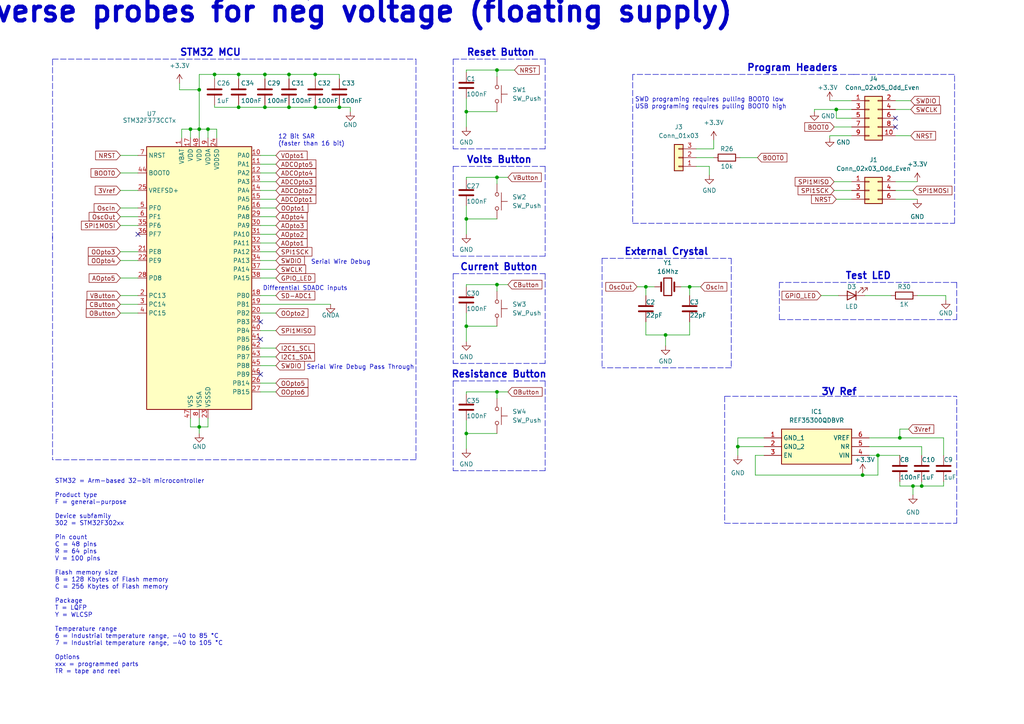
<source format=kicad_sch>
(kicad_sch (version 20230121) (generator eeschema)
  (paper "A4")
  (lib_symbols
    (symbol "Connector_Generic:Conn_01x03" (pin_names (offset 1.016) hide)
      (property "Reference" "J" (at 0 5.08 0))
      (property "Value" "Conn_01x03" (at 0 -5.08 0))
      (symbol "Conn_01x03_1_1"
        (rectangle (start -1.27 -2.413) (end 0 -2.667) (stroke (width 0.1524)))
        (rectangle (start -1.27 0.127) (end 0 -0.127) (stroke (width 0.1524)))
        (rectangle (start -1.27 2.667) (end 0 2.413) (stroke (width 0.1524)))
        (rectangle (start -1.27 3.81) (end 1.27 -3.81) (stroke (width 0.254)) (fill (type background)))
        (pin passive line (at -5.08 2.54 0) (length 3.81) (name "Pin_1") (number "1"))
        (pin passive line (at -5.08 0 0) (length 3.81) (name "Pin_2") (number "2"))
        (pin passive line (at -5.08 -2.54 0) (length 3.81) (name "Pin_3") (number "3"))
      )
    )
    (symbol "Connector_Generic:Conn_02x03_Odd_Even" (pin_names (offset 1.016) hide)
      (property "Reference" "J" (at 1.27 5.08 0))
      (property "Value" "Conn_02x03_Odd_Even" (at 1.27 -5.08 0))
      (symbol "Conn_02x03_Odd_Even_1_1"
        (rectangle (start -1.27 -2.413) (end 0 -2.667) (stroke (width 0.1524)))
        (rectangle (start -1.27 0.127) (end 0 -0.127) (stroke (width 0.1524)))
        (rectangle (start -1.27 2.667) (end 0 2.413) (stroke (width 0.1524)))
        (rectangle (start -1.27 3.81) (end 3.81 -3.81) (stroke (width 0.254)) (fill (type background)))
        (rectangle (start 3.81 -2.413) (end 2.54 -2.667) (stroke (width 0.1524)))
        (rectangle (start 3.81 0.127) (end 2.54 -0.127) (stroke (width 0.1524)))
        (rectangle (start 3.81 2.667) (end 2.54 2.413) (stroke (width 0.1524)))
        (pin passive line (at -5.08 2.54 0) (length 3.81) (name "Pin_1") (number "1"))
        (pin passive line (at 7.62 2.54 180) (length 3.81) (name "Pin_2") (number "2"))
        (pin passive line (at -5.08 0 0) (length 3.81) (name "Pin_3") (number "3"))
        (pin passive line (at 7.62 0 180) (length 3.81) (name "Pin_4") (number "4"))
        (pin passive line (at -5.08 -2.54 0) (length 3.81) (name "Pin_5") (number "5"))
        (pin passive line (at 7.62 -2.54 180) (length 3.81) (name "Pin_6") (number "6"))
      )
    )
    (symbol "Connector_Generic:Conn_02x05_Odd_Even" (pin_names (offset 1.016) hide)
      (property "Reference" "J" (at 1.27 7.62 0))
      (property "Value" "Conn_02x05_Odd_Even" (at 1.27 -7.62 0))
      (symbol "Conn_02x05_Odd_Even_1_1"
        (rectangle (start -1.27 -4.953) (end 0 -5.207) (stroke (width 0.1524)))
        (rectangle (start -1.27 -2.413) (end 0 -2.667) (stroke (width 0.1524)))
        (rectangle (start -1.27 0.127) (end 0 -0.127) (stroke (width 0.1524)))
        (rectangle (start -1.27 2.667) (end 0 2.413) (stroke (width 0.1524)))
        (rectangle (start -1.27 5.207) (end 0 4.953) (stroke (width 0.1524)))
        (rectangle (start -1.27 6.35) (end 3.81 -6.35) (stroke (width 0.254)) (fill (type background)))
        (rectangle (start 3.81 -4.953) (end 2.54 -5.207) (stroke (width 0.1524)))
        (rectangle (start 3.81 -2.413) (end 2.54 -2.667) (stroke (width 0.1524)))
        (rectangle (start 3.81 0.127) (end 2.54 -0.127) (stroke (width 0.1524)))
        (rectangle (start 3.81 2.667) (end 2.54 2.413) (stroke (width 0.1524)))
        (rectangle (start 3.81 5.207) (end 2.54 4.953) (stroke (width 0.1524)))
        (pin passive line (at -5.08 5.08 0) (length 3.81) (name "Pin_1") (number "1"))
        (pin passive line (at 7.62 -5.08 180) (length 3.81) (name "Pin_10") (number "10"))
        (pin passive line (at 7.62 5.08 180) (length 3.81) (name "Pin_2") (number "2"))
        (pin passive line (at -5.08 2.54 0) (length 3.81) (name "Pin_3") (number "3"))
        (pin passive line (at 7.62 2.54 180) (length 3.81) (name "Pin_4") (number "4"))
        (pin passive line (at -5.08 0 0) (length 3.81) (name "Pin_5") (number "5"))
        (pin passive line (at 7.62 0 180) (length 3.81) (name "Pin_6") (number "6"))
        (pin passive line (at -5.08 -2.54 0) (length 3.81) (name "Pin_7") (number "7"))
        (pin passive line (at 7.62 -2.54 180) (length 3.81) (name "Pin_8") (number "8"))
        (pin passive line (at -5.08 -5.08 0) (length 3.81) (name "Pin_9") (number "9"))
      )
    )
    (symbol "DMM_Library:REF35300QDBVR"
      (property "Reference" "IC" (at 26.67 7.62 0))
      (property "Value" "REF35300QDBVR" (at 26.67 5.08 0))
      (symbol "REF35300QDBVR_1_1"
        (rectangle (start 5.08 2.54) (end 25.4 -7.62) (stroke (width 0.254)) (fill (type background)))
        (pin passive line (at 0 0 0) (length 5.08) (name "GND_1") (number "1"))
        (pin passive line (at 0 -2.54 0) (length 5.08) (name "GND_2") (number "2"))
        (pin passive line (at 0 -5.08 0) (length 5.08) (name "EN") (number "3"))
        (pin passive line (at 30.48 -5.08 180) (length 5.08) (name "VIN") (number "4"))
        (pin passive line (at 30.48 -2.54 180) (length 5.08) (name "NR") (number "5"))
        (pin passive line (at 30.48 0 180) (length 5.08) (name "VREF") (number "6"))
      )
    )
    (symbol "Device:C" (pin_numbers hide) (pin_names (offset 0.254))
      (property "Reference" "C" (at 0.635 2.54 0))
      (property "Value" "C" (at 0.635 -2.54 0))
      (symbol "C_0_1"
        (polyline (pts (xy -2.032 -0.762) (xy 2.032 -0.762)) (stroke (width 0.508)))
        (polyline (pts (xy -2.032 0.762) (xy 2.032 0.762)) (stroke (width 0.508)))
      )
      (symbol "C_1_1"
        (pin passive line (at 0 3.81 270) (length 2.794) (name "~") (number "1"))
        (pin passive line (at 0 -3.81 90) (length 2.794) (name "~") (number "2"))
      )
    )
    (symbol "Device:Crystal" (pin_numbers hide) (pin_names (offset 1.016) hide)
      (property "Reference" "Y" (at 0 3.81 0))
      (property "Value" "Crystal" (at 0 -3.81 0))
      (symbol "Crystal_0_1"
        (rectangle (start -1.143 2.54) (end 1.143 -2.54) (stroke (width 0.3048)))
        (polyline (pts (xy -2.54 0) (xy -1.905 0)))
        (polyline (pts (xy -1.905 -1.27) (xy -1.905 1.27)) (stroke (width 0.508)))
        (polyline (pts (xy 1.905 -1.27) (xy 1.905 1.27)) (stroke (width 0.508)))
        (polyline (pts (xy 2.54 0) (xy 1.905 0)))
      )
      (symbol "Crystal_1_1"
        (pin passive line (at -3.81 0 0) (length 1.27) (name "1") (number "1"))
        (pin passive line (at 3.81 0 180) (length 1.27) (name "2") (number "2"))
      )
    )
    (symbol "Device:LED" (pin_numbers hide) (pin_names (offset 1.016) hide)
      (property "Reference" "D" (at 0 2.54 0))
      (property "Value" "LED" (at 0 -2.54 0))
      (symbol "LED_0_1"
        (polyline (pts (xy -1.27 -1.27) (xy -1.27 1.27)) (stroke (width 0.254)))
        (polyline (pts (xy -1.27 0) (xy 1.27 0)))
        (polyline (pts (xy 1.27 -1.27) (xy 1.27 1.27) (xy -1.27 0) (xy 1.27 -1.27)) (stroke (width 0.254)))
        (polyline (pts (xy -3.048 -0.762) (xy -4.572 -2.286) (xy -3.81 -2.286) (xy -4.572 -2.286) (xy -4.572 -1.524)))
        (polyline (pts (xy -1.778 -0.762) (xy -3.302 -2.286) (xy -2.54 -2.286) (xy -3.302 -2.286) (xy -3.302 -1.524)))
      )
      (symbol "LED_1_1"
        (pin passive line (at -3.81 0 0) (length 2.54) (name "K") (number "1"))
        (pin passive line (at 3.81 0 180) (length 2.54) (name "A") (number "2"))
      )
    )
    (symbol "Device:R" (pin_numbers hide) (pin_names (offset 0))
      (property "Reference" "R" (at 2.032 0 90))
      (property "Value" "R" (at 0 0 90))
      (symbol "R_0_1"
        (rectangle (start -1.016 -2.54) (end 1.016 2.54) (stroke (width 0.254)))
      )
      (symbol "R_1_1"
        (pin passive line (at 0 3.81 270) (length 1.27) (name "~") (number "1"))
        (pin passive line (at 0 -3.81 90) (length 1.27) (name "~") (number "2"))
      )
    )
    (symbol "MCU_ST_STM32F3:STM32F373CCTx"
      (property "Reference" "U" (at -15.24 39.37 0))
      (property "Value" "STM32F373CCTx" (at 7.62 39.37 0))
      (symbol "STM32F373CCTx_0_1"
        (rectangle (start -15.24 -38.1) (end 15.24 38.1) (stroke (width 0.254)) (fill (type background)))
      )
      (symbol "STM32F373CCTx_1_1"
        (pin power_in line (at -5.08 40.64 270) (length 2.54) (name "VBAT") (number "1"))
        (pin bidirectional line (at 17.78 35.56 180) (length 2.54) (name "PA0") (number "10"))
        (pin bidirectional line (at 17.78 33.02 180) (length 2.54) (name "PA1") (number "11"))
        (pin bidirectional line (at 17.78 30.48 180) (length 2.54) (name "PA2") (number "12"))
        (pin bidirectional line (at 17.78 27.94 180) (length 2.54) (name "PA3") (number "13"))
        (pin bidirectional line (at 17.78 25.4 180) (length 2.54) (name "PA4") (number "14"))
        (pin bidirectional line (at 17.78 22.86 180) (length 2.54) (name "PA5") (number "15"))
        (pin bidirectional line (at 17.78 20.32 180) (length 2.54) (name "PA6") (number "16"))
        (pin power_in line (at -2.54 40.64 270) (length 2.54) (name "VDD") (number "17"))
        (pin bidirectional line (at 17.78 -5.08 180) (length 2.54) (name "PB0") (number "18"))
        (pin bidirectional line (at 17.78 -7.62 180) (length 2.54) (name "PB1") (number "19"))
        (pin bidirectional line (at -17.78 -5.08 0) (length 2.54) (name "PC13") (number "2"))
        (pin bidirectional line (at 17.78 -10.16 180) (length 2.54) (name "PB2") (number "20"))
        (pin bidirectional line (at -17.78 7.62 0) (length 2.54) (name "PE8") (number "21"))
        (pin bidirectional line (at -17.78 5.08 0) (length 2.54) (name "PE9") (number "22"))
        (pin power_in line (at 2.54 -40.64 90) (length 2.54) (name "VSSSD") (number "23"))
        (pin power_in line (at 5.08 40.64 270) (length 2.54) (name "VDDSD") (number "24"))
        (pin input line (at -17.78 25.4 0) (length 2.54) (name "VREFSD+") (number "25"))
        (pin bidirectional line (at 17.78 -30.48 180) (length 2.54) (name "PB14") (number "26"))
        (pin bidirectional line (at 17.78 -33.02 180) (length 2.54) (name "PB15") (number "27"))
        (pin bidirectional line (at -17.78 0 0) (length 2.54) (name "PD8") (number "28"))
        (pin bidirectional line (at 17.78 17.78 180) (length 2.54) (name "PA8") (number "29"))
        (pin bidirectional line (at -17.78 -7.62 0) (length 2.54) (name "PC14") (number "3"))
        (pin bidirectional line (at 17.78 15.24 180) (length 2.54) (name "PA9") (number "30"))
        (pin bidirectional line (at 17.78 12.7 180) (length 2.54) (name "PA10") (number "31"))
        (pin bidirectional line (at 17.78 10.16 180) (length 2.54) (name "PA11") (number "32"))
        (pin bidirectional line (at 17.78 7.62 180) (length 2.54) (name "PA12") (number "33"))
        (pin bidirectional line (at 17.78 5.08 180) (length 2.54) (name "PA13") (number "34"))
        (pin bidirectional line (at -17.78 15.24 0) (length 2.54) (name "PF6") (number "35"))
        (pin bidirectional line (at -17.78 12.7 0) (length 2.54) (name "PF7") (number "36"))
        (pin bidirectional line (at 17.78 2.54 180) (length 2.54) (name "PA14") (number "37"))
        (pin bidirectional line (at 17.78 0 180) (length 2.54) (name "PA15") (number "38"))
        (pin bidirectional line (at 17.78 -12.7 180) (length 2.54) (name "PB3") (number "39"))
        (pin bidirectional line (at -17.78 -10.16 0) (length 2.54) (name "PC15") (number "4"))
        (pin bidirectional line (at 17.78 -15.24 180) (length 2.54) (name "PB4") (number "40"))
        (pin bidirectional line (at 17.78 -17.78 180) (length 2.54) (name "PB5") (number "41"))
        (pin bidirectional line (at 17.78 -20.32 180) (length 2.54) (name "PB6") (number "42"))
        (pin bidirectional line (at 17.78 -22.86 180) (length 2.54) (name "PB7") (number "43"))
        (pin input line (at -17.78 30.48 0) (length 2.54) (name "BOOT0") (number "44"))
        (pin bidirectional line (at 17.78 -25.4 180) (length 2.54) (name "PB8") (number "45"))
        (pin bidirectional line (at 17.78 -27.94 180) (length 2.54) (name "PB9") (number "46"))
        (pin power_in line (at -2.54 -40.64 90) (length 2.54) (name "VSS") (number "47"))
        (pin power_in line (at 0 40.64 270) (length 2.54) (name "VDD") (number "48"))
        (pin bidirectional line (at -17.78 20.32 0) (length 2.54) (name "PF0") (number "5"))
        (pin bidirectional line (at -17.78 17.78 0) (length 2.54) (name "PF1") (number "6"))
        (pin input line (at -17.78 35.56 0) (length 2.54) (name "NRST") (number "7"))
        (pin power_in line (at 0 -40.64 90) (length 2.54) (name "VSSA") (number "8"))
        (pin power_in line (at 2.54 40.64 270) (length 2.54) (name "VDDA") (number "9"))
      )
    )
    (symbol "Switch:SW_Push" (pin_numbers hide) (pin_names (offset 1.016) hide)
      (property "Reference" "SW" (at 1.27 2.54 0))
      (property "Value" "SW_Push" (at 0 -1.524 0))
      (symbol "SW_Push_0_1"
        (circle (center -2.032 0) (radius 0.508))
        (polyline (pts (xy 0 1.27) (xy 0 3.048)))
        (polyline (pts (xy 2.54 1.27) (xy -2.54 1.27)))
        (circle (center 2.032 0) (radius 0.508))
        (pin passive line (at -5.08 0 0) (length 2.54) (name "1") (number "1"))
        (pin passive line (at 5.08 0 180) (length 2.54) (name "2") (number "2"))
      )
    )
    (symbol "power:+3.3V" (power) (pin_names (offset 0))
      (property "Value" "+3.3V" (at 0 3.556 0))
      (symbol "+3.3V_0_1"
        (polyline (pts (xy -0.762 1.27) (xy 0 2.54)))
        (polyline (pts (xy 0 0) (xy 0 2.54)))
        (polyline (pts (xy 0 2.54) (xy 0.762 1.27)))
      )
      (symbol "+3.3V_1_1"
        (pin power_in line (at 0 0 90) (length 0) hide (name "+3.3V") (number "1"))
      )
    )
    (symbol "power:GND" (power) (pin_names (offset 0))
      (property "Value" "GND" (at 0 -3.81 0))
      (symbol "GND_0_1"
        (polyline (pts (xy 0 0) (xy 0 -1.27) (xy 1.27 -1.27) (xy 0 -2.54) (xy -1.27 -1.27) (xy 0 -1.27)))
      )
      (symbol "GND_1_1"
        (pin power_in line (at 0 0 270) (length 0) hide (name "GND") (number "1"))
      )
    )
    (symbol "power:GNDA" (power) (pin_names (offset 0))
      (property "Value" "GNDA" (at 0 -3.81 0))
      (symbol "GNDA_0_1"
        (polyline (pts (xy 0 0) (xy 0 -1.27) (xy 1.27 -1.27) (xy 0 -2.54) (xy -1.27 -1.27) (xy 0 -1.27)))
      )
      (symbol "GNDA_1_1"
        (pin power_in line (at 0 0 270) (length 0) hide (name "GNDA") (number "1"))
      )
    )
  )
  (junction (at 57.785 37.465))
  (junction (at 213.995 129.54))
  (junction (at 76.835 21.59))
  (junction (at 135.255 125.73))
  (junction (at 144.145 20.32))
  (junction (at 254.635 132.08))
  (junction (at 98.425 31.115))
  (junction (at 144.145 113.665))
  (junction (at 267.335 140.97))
  (junction (at 260.985 127))
  (junction (at 187.325 83.185))
  (junction (at 250.19 137.795))
  (junction (at 60.325 37.465))
  (junction (at 83.82 21.59))
  (junction (at 144.145 51.435))
  (junction (at 200.025 83.185))
  (junction (at 264.795 140.97))
  (junction (at 57.785 26.035))
  (junction (at 91.44 21.59))
  (junction (at 76.835 31.115))
  (junction (at 69.215 21.59))
  (junction (at 135.255 63.5))
  (junction (at 242.57 31.75))
  (junction (at 193.04 97.155))
  (junction (at 62.23 21.59))
  (junction (at 135.255 32.385))
  (junction (at 91.44 31.115))
  (junction (at 55.245 37.465))
  (junction (at 144.145 82.55))
  (junction (at 57.785 123.825))
  (junction (at 83.82 31.115))
  (junction (at 135.255 94.615))
  (junction (at 69.215 31.115))
  (no_connect (at 75.565 93.345))
  (no_connect (at 259.715 36.83))
  (no_connect (at 40.005 67.945))
  (no_connect (at 75.565 108.585))
  (no_connect (at 75.565 98.425))
  (no_connect (at 259.715 34.29))
  (polyline (pts (xy 277.495 151.765) (xy 277.495 114.935)) (stroke (width 0) (type dash)))
  (wire (pts (xy 135.255 125.73) (xy 144.145 125.73)))
  (wire (pts (xy 241.935 52.705) (xy 247.015 52.705)))
  (wire (pts (xy 264.16 39.37) (xy 259.715 39.37)))
  (wire (pts (xy 69.215 31.115) (xy 76.835 31.115)))
  (wire (pts (xy 135.255 28.575) (xy 135.255 32.385)))
  (wire (pts (xy 187.325 97.155) (xy 193.04 97.155)))
  (wire (pts (xy 69.215 21.59) (xy 76.835 21.59)))
  (polyline (pts (xy 210.185 114.935) (xy 277.495 114.935)) (stroke (width 0) (type dash)))
  (wire (pts (xy 247.015 36.83) (xy 241.935 36.83)))
  (wire (pts (xy 98.425 31.115) (xy 101.6 31.115)))
  (wire (pts (xy 236.22 31.75) (xy 242.57 31.75)))
  (wire (pts (xy 62.865 40.005) (xy 62.865 37.465)))
  (wire (pts (xy 55.245 37.465) (xy 55.245 40.005)))
  (wire (pts (xy 34.925 73.025) (xy 40.005 73.025)))
  (wire (pts (xy 60.325 40.005) (xy 60.325 37.465)))
  (wire (pts (xy 75.565 47.625) (xy 80.01 47.625)))
  (wire (pts (xy 259.715 52.705) (xy 266.065 52.705)))
  (wire (pts (xy 34.925 85.725) (xy 40.005 85.725)))
  (wire (pts (xy 135.255 125.73) (xy 135.255 130.175)))
  (polyline (pts (xy 15.24 69.215) (xy 15.24 17.145)) (stroke (width 0) (type dash)))
  (wire (pts (xy 250.19 137.16) (xy 250.19 137.795)))
  (wire (pts (xy 75.565 111.125) (xy 80.01 111.125)))
  (polyline (pts (xy 229.87 21.59) (xy 183.515 21.59)) (stroke (width 0) (type dash)))
  (wire (pts (xy 135.255 51.435) (xy 135.255 52.07)))
  (wire (pts (xy 57.785 37.465) (xy 55.245 37.465)))
  (polyline (pts (xy 212.09 74.93) (xy 212.09 106.68)) (stroke (width 0) (type dash)))
  (wire (pts (xy 266.065 85.725) (xy 274.32 85.725)))
  (wire (pts (xy 40.005 60.325) (xy 34.925 60.325)))
  (polyline (pts (xy 15.24 17.145) (xy 120.65 17.145)) (stroke (width 0) (type dash)))
  (polyline (pts (xy 131.445 110.49) (xy 158.115 110.49)) (stroke (width 0) (type dash)))
  (polyline (pts (xy 229.87 64.77) (xy 276.86 64.77)) (stroke (width 0) (type dash)))
  (wire (pts (xy 264.795 140.97) (xy 260.985 140.97)))
  (wire (pts (xy 207.01 40.64) (xy 207.01 43.18)))
  (wire (pts (xy 60.325 37.465) (xy 57.785 37.465)))
  (wire (pts (xy 98.425 22.86) (xy 98.425 21.59)))
  (wire (pts (xy 213.995 129.54) (xy 213.995 132.08)))
  (wire (pts (xy 260.985 124.46) (xy 260.985 127)))
  (wire (pts (xy 144.145 82.55) (xy 147.32 82.55)))
  (wire (pts (xy 83.82 21.59) (xy 83.82 22.86)))
  (wire (pts (xy 75.565 85.725) (xy 80.01 85.725)))
  (wire (pts (xy 241.935 55.245) (xy 247.015 55.245)))
  (polyline (pts (xy 158.115 17.145) (xy 158.115 43.18)) (stroke (width 0) (type dash)))
  (wire (pts (xy 75.565 103.505) (xy 80.01 103.505)))
  (wire (pts (xy 250.19 137.795) (xy 254.635 137.795)))
  (wire (pts (xy 135.255 63.5) (xy 135.255 67.945)))
  (wire (pts (xy 213.995 127) (xy 213.995 129.54)))
  (wire (pts (xy 91.44 21.59) (xy 98.425 21.59)))
  (wire (pts (xy 187.325 93.345) (xy 187.325 97.155)))
  (wire (pts (xy 240.665 39.37) (xy 247.015 39.37)))
  (polyline (pts (xy 210.185 114.935) (xy 210.185 151.765)) (stroke (width 0) (type dash)))
  (wire (pts (xy 91.44 31.115) (xy 98.425 31.115)))
  (wire (pts (xy 273.685 132.08) (xy 273.685 127)))
  (wire (pts (xy 259.715 31.75) (xy 264.16 31.75)))
  (wire (pts (xy 60.325 123.825) (xy 57.785 123.825)))
  (wire (pts (xy 200.025 83.185) (xy 200.025 85.725)))
  (wire (pts (xy 34.925 90.805) (xy 40.005 90.805)))
  (wire (pts (xy 76.835 21.59) (xy 76.835 22.86)))
  (polyline (pts (xy 158.115 136.525) (xy 131.445 136.525)) (stroke (width 0) (type dash)))
  (wire (pts (xy 144.145 113.665) (xy 144.145 115.57)))
  (wire (pts (xy 135.255 121.92) (xy 135.255 125.73)))
  (wire (pts (xy 250.825 85.725) (xy 258.445 85.725)))
  (wire (pts (xy 273.685 140.97) (xy 267.335 140.97)))
  (wire (pts (xy 135.255 59.69) (xy 135.255 63.5)))
  (polyline (pts (xy 131.445 48.26) (xy 158.115 48.26)) (stroke (width 0) (type dash)))
  (polyline (pts (xy 247.65 21.59) (xy 229.87 21.59)) (stroke (width 0) (type dash)))
  (wire (pts (xy 75.565 100.965) (xy 80.01 100.965)))
  (wire (pts (xy 238.125 85.725) (xy 243.205 85.725)))
  (wire (pts (xy 135.255 90.805) (xy 135.255 94.615)))
  (wire (pts (xy 34.925 75.565) (xy 40.005 75.565)))
  (polyline (pts (xy 120.65 17.145) (xy 120.65 133.35)) (stroke (width 0) (type dash)))
  (wire (pts (xy 60.325 37.465) (xy 62.865 37.465)))
  (wire (pts (xy 259.715 29.21) (xy 264.16 29.21)))
  (wire (pts (xy 75.565 80.645) (xy 80.01 80.645)))
  (wire (pts (xy 60.325 121.285) (xy 60.325 123.825)))
  (polyline (pts (xy 174.625 74.93) (xy 174.625 106.68)) (stroke (width 0) (type dash)))
  (wire (pts (xy 144.145 20.32) (xy 149.225 20.32)))
  (wire (pts (xy 75.565 57.785) (xy 80.01 57.785)))
  (wire (pts (xy 135.255 82.55) (xy 144.145 82.55)))
  (wire (pts (xy 214.63 45.72) (xy 219.71 45.72)))
  (wire (pts (xy 75.565 88.265) (xy 95.885 88.265)))
  (wire (pts (xy 187.325 83.185) (xy 189.865 83.185)))
  (wire (pts (xy 207.01 43.18) (xy 201.93 43.18)))
  (wire (pts (xy 135.255 94.615) (xy 135.255 99.06)))
  (wire (pts (xy 57.785 40.005) (xy 57.785 37.465)))
  (wire (pts (xy 75.565 75.565) (xy 80.01 75.565)))
  (wire (pts (xy 260.985 127) (xy 273.685 127)))
  (wire (pts (xy 135.255 20.32) (xy 135.255 20.955)))
  (wire (pts (xy 205.74 50.8) (xy 205.74 48.26)))
  (wire (pts (xy 75.565 95.885) (xy 80.01 95.885)))
  (wire (pts (xy 144.145 51.435) (xy 147.32 51.435)))
  (wire (pts (xy 52.07 24.13) (xy 52.07 26.035)))
  (wire (pts (xy 40.005 50.165) (xy 34.925 50.165)))
  (wire (pts (xy 57.785 26.035) (xy 57.785 37.465)))
  (wire (pts (xy 75.565 62.865) (xy 80.01 62.865)))
  (wire (pts (xy 76.835 21.59) (xy 83.82 21.59)))
  (wire (pts (xy 193.04 97.155) (xy 200.025 97.155)))
  (wire (pts (xy 75.565 50.165) (xy 80.01 50.165)))
  (wire (pts (xy 197.485 83.185) (xy 200.025 83.185)))
  (wire (pts (xy 267.335 132.08) (xy 267.335 129.54)))
  (wire (pts (xy 144.145 20.32) (xy 144.145 22.225)))
  (polyline (pts (xy 158.115 105.41) (xy 131.445 105.41)) (stroke (width 0) (type dash)))
  (polyline (pts (xy 276.86 64.77) (xy 276.86 21.59)) (stroke (width 0) (type dash)))
  (polyline (pts (xy 226.06 92.71) (xy 277.495 92.71)) (stroke (width 0) (type dash)))
  (wire (pts (xy 75.565 106.045) (xy 80.01 106.045)))
  (polyline (pts (xy 131.445 79.375) (xy 158.115 79.375)) (stroke (width 0) (type dash)))
  (wire (pts (xy 135.255 113.665) (xy 144.145 113.665)))
  (wire (pts (xy 263.525 124.46) (xy 260.985 124.46)))
  (wire (pts (xy 213.995 129.54) (xy 221.615 129.54)))
  (wire (pts (xy 34.925 55.245) (xy 40.005 55.245)))
  (wire (pts (xy 200.025 97.155) (xy 200.025 93.345)))
  (wire (pts (xy 205.74 48.26) (xy 201.93 48.26)))
  (polyline (pts (xy 131.445 110.49) (xy 131.445 136.525)) (stroke (width 0) (type dash)))
  (wire (pts (xy 83.82 30.48) (xy 83.82 31.115)))
  (wire (pts (xy 69.215 21.59) (xy 69.215 22.86)))
  (wire (pts (xy 144.145 113.665) (xy 147.32 113.665)))
  (wire (pts (xy 252.095 127) (xy 260.985 127)))
  (wire (pts (xy 57.785 121.285) (xy 57.785 123.825)))
  (wire (pts (xy 75.565 65.405) (xy 80.01 65.405)))
  (polyline (pts (xy 158.115 43.18) (xy 131.445 43.18)) (stroke (width 0) (type dash)))
  (polyline (pts (xy 120.65 133.35) (xy 15.24 133.35)) (stroke (width 0) (type dash)))
  (wire (pts (xy 76.835 31.115) (xy 83.82 31.115)))
  (wire (pts (xy 236.22 31.75) (xy 236.22 32.385)))
  (wire (pts (xy 193.04 97.155) (xy 193.04 100.33)))
  (wire (pts (xy 267.335 140.97) (xy 264.795 140.97)))
  (polyline (pts (xy 131.445 48.26) (xy 131.445 74.295)) (stroke (width 0) (type dash)))
  (wire (pts (xy 221.615 132.08) (xy 219.075 132.08)))
  (wire (pts (xy 135.255 63.5) (xy 144.145 63.5)))
  (polyline (pts (xy 131.445 79.375) (xy 131.445 105.41)) (stroke (width 0) (type dash)))
  (wire (pts (xy 240.665 29.21) (xy 247.015 29.21)))
  (wire (pts (xy 135.255 94.615) (xy 144.145 94.615)))
  (wire (pts (xy 62.23 31.115) (xy 69.215 31.115)))
  (wire (pts (xy 254.635 132.08) (xy 260.985 132.08)))
  (wire (pts (xy 135.255 32.385) (xy 135.255 36.83)))
  (wire (pts (xy 213.995 127) (xy 221.615 127)))
  (wire (pts (xy 252.095 132.08) (xy 254.635 132.08)))
  (wire (pts (xy 219.075 132.08) (xy 219.075 137.795)))
  (wire (pts (xy 259.715 57.785) (xy 266.065 57.785)))
  (wire (pts (xy 57.785 123.825) (xy 57.785 125.73)))
  (wire (pts (xy 75.565 52.705) (xy 80.01 52.705)))
  (polyline (pts (xy 174.625 74.93) (xy 212.09 74.93)) (stroke (width 0) (type dash)))
  (wire (pts (xy 135.255 113.665) (xy 135.255 114.3)))
  (polyline (pts (xy 210.185 151.765) (xy 277.495 151.765)) (stroke (width 0) (type dash)))
  (wire (pts (xy 57.785 21.59) (xy 57.785 26.035)))
  (wire (pts (xy 62.23 21.59) (xy 69.215 21.59)))
  (wire (pts (xy 34.925 65.405) (xy 40.005 65.405)))
  (wire (pts (xy 91.44 21.59) (xy 91.44 22.86)))
  (polyline (pts (xy 277.495 92.71) (xy 277.495 81.915)) (stroke (width 0) (type dash)))
  (polyline (pts (xy 247.65 21.59) (xy 276.86 21.59)) (stroke (width 0) (type dash)))
  (wire (pts (xy 201.93 45.72) (xy 207.01 45.72)))
  (wire (pts (xy 83.82 31.115) (xy 91.44 31.115)))
  (wire (pts (xy 62.23 30.48) (xy 62.23 31.115)))
  (polyline (pts (xy 158.115 79.375) (xy 158.115 105.41)) (stroke (width 0) (type dash)))
  (wire (pts (xy 75.565 78.105) (xy 80.01 78.105)))
  (wire (pts (xy 34.925 88.265) (xy 40.005 88.265)))
  (wire (pts (xy 34.925 62.865) (xy 40.005 62.865)))
  (wire (pts (xy 242.57 57.785) (xy 247.015 57.785)))
  (wire (pts (xy 240.665 39.37) (xy 240.665 40.005)))
  (wire (pts (xy 135.255 20.32) (xy 144.145 20.32)))
  (wire (pts (xy 69.215 30.48) (xy 69.215 31.115)))
  (wire (pts (xy 247.015 31.75) (xy 242.57 31.75)))
  (wire (pts (xy 264.795 140.97) (xy 264.795 143.51)))
  (wire (pts (xy 55.245 123.825) (xy 57.785 123.825)))
  (wire (pts (xy 259.715 55.245) (xy 264.795 55.245)))
  (wire (pts (xy 62.23 21.59) (xy 57.785 21.59)))
  (wire (pts (xy 135.255 51.435) (xy 144.145 51.435)))
  (wire (pts (xy 62.23 22.86) (xy 62.23 21.59)))
  (polyline (pts (xy 15.24 68.58) (xy 15.24 133.35)) (stroke (width 0) (type dash)))
  (wire (pts (xy 135.255 82.55) (xy 135.255 83.185)))
  (wire (pts (xy 75.565 55.245) (xy 80.01 55.245)))
  (wire (pts (xy 184.785 83.185) (xy 187.325 83.185)))
  (wire (pts (xy 242.57 34.29) (xy 242.57 31.75)))
  (wire (pts (xy 75.565 45.085) (xy 80.01 45.085)))
  (wire (pts (xy 187.325 85.725) (xy 187.325 83.185)))
  (wire (pts (xy 40.005 45.085) (xy 34.925 45.085)))
  (wire (pts (xy 267.335 139.7) (xy 267.335 140.97)))
  (wire (pts (xy 34.925 80.645) (xy 40.005 80.645)))
  (wire (pts (xy 101.6 31.115) (xy 101.6 32.385)))
  (wire (pts (xy 219.075 137.795) (xy 250.19 137.795)))
  (wire (pts (xy 254.635 132.08) (xy 254.635 137.795)))
  (wire (pts (xy 144.145 51.435) (xy 144.145 53.34)))
  (polyline (pts (xy 158.115 110.49) (xy 158.115 136.525)) (stroke (width 0) (type dash)))
  (wire (pts (xy 75.565 60.325) (xy 80.01 60.325)))
  (wire (pts (xy 200.025 83.185) (xy 203.2 83.185)))
  (wire (pts (xy 83.82 21.59) (xy 91.44 21.59)))
  (wire (pts (xy 91.44 30.48) (xy 91.44 31.115)))
  (wire (pts (xy 135.255 32.385) (xy 144.145 32.385)))
  (wire (pts (xy 75.565 90.805) (xy 80.01 90.805)))
  (wire (pts (xy 75.565 73.025) (xy 80.01 73.025)))
  (wire (pts (xy 274.32 85.725) (xy 274.32 86.995)))
  (polyline (pts (xy 158.115 48.26) (xy 158.115 74.295)) (stroke (width 0) (type dash)))
  (polyline (pts (xy 131.445 17.145) (xy 158.115 17.145)) (stroke (width 0) (type dash)))
  (wire (pts (xy 273.685 139.7) (xy 273.685 140.97)))
  (polyline (pts (xy 226.06 81.915) (xy 226.06 92.71)) (stroke (width 0) (type dash)))
  (wire (pts (xy 260.985 139.7) (xy 260.985 140.97)))
  (wire (pts (xy 75.565 70.485) (xy 80.01 70.485)))
  (polyline (pts (xy 158.115 74.295) (xy 131.445 74.295)) (stroke (width 0) (type dash)))
  (polyline (pts (xy 183.515 21.59) (xy 183.515 64.77)) (stroke (width 0) (type dash)))
  (wire (pts (xy 52.705 37.465) (xy 55.245 37.465)))
  (wire (pts (xy 52.705 40.005) (xy 52.705 37.465)))
  (wire (pts (xy 55.245 121.285) (xy 55.245 123.825)))
  (wire (pts (xy 98.425 30.48) (xy 98.425 31.115)))
  (polyline (pts (xy 183.515 64.77) (xy 229.87 64.77)) (stroke (width 0) (type dash)))
  (wire (pts (xy 75.565 67.945) (xy 80.01 67.945)))
  (wire (pts (xy 75.565 113.665) (xy 80.01 113.665)))
  (polyline (pts (xy 277.495 81.915) (xy 226.06 81.915)) (stroke (width 0) (type dash)))
  (wire (pts (xy 247.015 34.29) (xy 242.57 34.29)))
  (wire (pts (xy 144.145 82.55) (xy 144.145 84.455)))
  (polyline (pts (xy 131.445 17.145) (xy 131.445 43.18)) (stroke (width 0) (type dash)))
  (wire (pts (xy 76.835 30.48) (xy 76.835 31.115)))
  (wire (pts (xy 52.07 26.035) (xy 57.785 26.035)))
  (wire (pts (xy 267.335 129.54) (xy 252.095 129.54)))
  (polyline (pts (xy 212.09 106.68) (xy 174.625 106.68)) (stroke (width 0) (type dash)))
  (text "External Crystal" (at 180.975 74.295 0) (effects (font (size 2 2) (thickness 0.4) bold) (justify left bottom)))
  (text "Volts Button" (at 135.255 47.625 0) (effects (font (size 2 2) (thickness 0.4) bold) (justify left bottom)))
  (text "NOT A BI-POLAR ADC YOU DUMBASS!!!!!\n\n- reverse probes for neg voltage (floating supply)" (at -22.86 6.985 0) (effects (font (size 6 6) (thickness 1.2) bold) (justify left bottom)))
  (text "STM32 MCU" (at 52.07 16.51 0) (effects (font (size 2 2) (thickness 0.4) bold) (justify left bottom)))
  (text "SWD programing requires pulling BOOT0 low\nUSB programing requires pulling BOOT0 high" (at 184.15 31.75 0) (effects (font (size 1.27 1.27)) (justify left bottom)))
  (text "Resistance Button" (at 130.81 109.855 0) (effects (font (size 2 2) (thickness 0.4) bold) (justify left bottom)))
  (text "3V Ref" (at 238.125 114.935 0) (effects (font (size 2 2) (thickness 0.4) bold) (justify left bottom)))
  (text "Reset Button" (at 135.255 16.51 0) (effects (font (size 2 2) (thickness 0.4) bold) (justify left bottom)))
  (text "Current Button" (at 133.35 78.74 0) (effects (font (size 2 2) (thickness 0.4) bold) (justify left bottom)))
  (text "Test LED" (at 245.11 81.28 0) (effects (font (size 2 2) (thickness 0.4) bold) (justify left bottom)))
  (text "Todo:\n-power VBAT?\n" (at 86.36 0 0) (effects (font (size 2 2)) (justify left bottom)))
  (text "Program Headers" (at 216.535 20.955 0) (effects (font (size 2 2) (thickness 0.4) bold) (justify left bottom)))
  (text "PCB routing tips:\nroute analog ground to ADC before connection at the power point" (at 300.99 24.13 0) (effects (font (size 3 3)) (justify left bottom)))
  (text "Serial Wire Debug" (at 90.17 76.835 0) (effects (font (size 1.27 1.27)) (justify left bottom)))
  (text "Serial Wire Debug Pass Through" (at 88.9 107.315 0) (effects (font (size 1.27 1.27)) (justify left bottom)))
  (text "Differential SDADC inputs" (at 76.2 84.455 0) (effects (font (size 1.27 1.27)) (justify left bottom)))
  (text "12 Bit SAR \n(faster than 16 bit)" (at 80.645 42.545 0) (effects (font (size 1.27 1.27)) (justify left bottom)))
  (text "STM32 = Arm-based 32-bit microcontroller\n\nProduct type\nF = general-purpose\n\nDevice subfamily\n302 = STM32F302xx\n\nPin count\nC = 48 pins\nR = 64 pins\nV = 100 pins\n\nFlash memory size\nB = 128 Kbytes of Flash memory\nC = 256 Kbytes of Flash memory\n\nPackage\nT = LQFP\nY = WLCSP\n\nTemperature range\n6 = Industrial temperature range, -40 to 85 °C\n7 = Industrial temperature range, -40 to 105 °C\n\nOptions\nxxx = programmed parts\nTR = tape and reel" (at 15.875 195.58 0) (effects (font (size 1.27 1.27)) (justify left bottom)))
  (global_label "CButton" (shape input) (at 147.32 82.55 0) (property "Intersheetrefs" "${INTERSHEET_REFS}" (effects hide)))
  (global_label "AOpto4" (shape input) (at 80.01 62.865 0) (property "Intersheetrefs" "${INTERSHEET_REFS}" (effects hide)))
  (global_label "BOOT0" (shape input) (at 241.935 36.83 180) (property "Intersheetrefs" "${INTERSHEET_REFS}" (effects hide)))
  (global_label "BOOT0" (shape input) (at 34.925 50.165 180) (property "Intersheetrefs" "${INTERSHEET_REFS}" (effects hide)))
  (global_label "OOpto1" (shape input) (at 80.01 60.325 0) (property "Intersheetrefs" "${INTERSHEET_REFS}" (effects hide)))
  (global_label "OscOut" (shape input) (at 184.785 83.185 180) (property "Intersheetrefs" "${INTERSHEET_REFS}" (effects hide)))
  (global_label "AOpto5" (shape input) (at 34.925 80.645 180) (property "Intersheetrefs" "${INTERSHEET_REFS}" (effects hide)))
  (global_label "AOpto1" (shape input) (at 80.01 70.485 0) (property "Intersheetrefs" "${INTERSHEET_REFS}" (effects hide)))
  (global_label "BOOT0" (shape input) (at 219.71 45.72 0) (property "Intersheetrefs" "${INTERSHEET_REFS}" (effects hide)))
  (global_label "ADCOpto4" (shape input) (at 80.01 50.165 0) (property "Intersheetrefs" "${INTERSHEET_REFS}" (effects hide)))
  (global_label "SPI1SCK" (shape input) (at 80.01 73.025 0) (property "Intersheetrefs" "${INTERSHEET_REFS}" (effects hide)))
  (global_label "SWDIO" (shape input) (at 80.01 106.045 0) (property "Intersheetrefs" "${INTERSHEET_REFS}" (effects hide)))
  (global_label "GPIO_LED" (shape input) (at 80.01 80.645 0) (property "Intersheetrefs" "${INTERSHEET_REFS}" (effects hide)))
  (global_label "SPI1MISO" (shape input) (at 241.935 52.705 180) (property "Intersheetrefs" "${INTERSHEET_REFS}" (effects hide)))
  (global_label "NRST" (shape input) (at 264.16 39.37 0) (property "Intersheetrefs" "${INTERSHEET_REFS}" (effects hide)))
  (global_label "SWDIO" (shape input) (at 264.16 29.21 0) (property "Intersheetrefs" "${INTERSHEET_REFS}" (effects hide)))
  (global_label "AOpto3" (shape input) (at 80.01 65.405 0) (property "Intersheetrefs" "${INTERSHEET_REFS}" (effects hide)))
  (global_label "NRST" (shape input) (at 149.225 20.32 0) (property "Intersheetrefs" "${INTERSHEET_REFS}" (effects hide)))
  (global_label "I2C1_SCL" (shape input) (at 80.01 100.965 0) (property "Intersheetrefs" "${INTERSHEET_REFS}" (effects hide)))
  (global_label "ADCOpto3" (shape input) (at 80.01 52.705 0) (property "Intersheetrefs" "${INTERSHEET_REFS}" (effects hide)))
  (global_label "ADCOpto5" (shape input) (at 80.01 47.625 0) (property "Intersheetrefs" "${INTERSHEET_REFS}" (effects hide)))
  (global_label "OOpto4" (shape input) (at 34.925 75.565 180) (property "Intersheetrefs" "${INTERSHEET_REFS}" (effects hide)))
  (global_label "SPI1MOSI" (shape input) (at 264.795 55.245 0) (property "Intersheetrefs" "${INTERSHEET_REFS}" (effects hide)))
  (global_label "SWDIO" (shape input) (at 80.01 75.565 0) (property "Intersheetrefs" "${INTERSHEET_REFS}" (effects hide)))
  (global_label "AOpto2" (shape input) (at 80.01 67.945 0) (property "Intersheetrefs" "${INTERSHEET_REFS}" (effects hide)))
  (global_label "OButton" (shape input) (at 147.32 113.665 0) (property "Intersheetrefs" "${INTERSHEET_REFS}" (effects hide)))
  (global_label "OscIn" (shape input) (at 203.2 83.185 0) (property "Intersheetrefs" "${INTERSHEET_REFS}" (effects hide)))
  (global_label "OscIn" (shape input) (at 34.925 60.325 180) (property "Intersheetrefs" "${INTERSHEET_REFS}" (effects hide)))
  (global_label "I2C1_SDA" (shape input) (at 80.01 103.505 0) (property "Intersheetrefs" "${INTERSHEET_REFS}" (effects hide)))
  (global_label "SPI1MOSI" (shape input) (at 34.925 65.405 180) (property "Intersheetrefs" "${INTERSHEET_REFS}" (effects hide)))
  (global_label "SPI1SCK" (shape input) (at 241.935 55.245 180) (property "Intersheetrefs" "${INTERSHEET_REFS}" (effects hide)))
  (global_label "SWCLK" (shape input) (at 80.01 78.105 0) (property "Intersheetrefs" "${INTERSHEET_REFS}" (effects hide)))
  (global_label "OOpto3" (shape input) (at 34.925 73.025 180) (property "Intersheetrefs" "${INTERSHEET_REFS}" (effects hide)))
  (global_label "CButton" (shape input) (at 34.925 88.265 180) (property "Intersheetrefs" "${INTERSHEET_REFS}" (effects hide)))
  (global_label "SPI1MISO" (shape input) (at 80.01 95.885 0) (property "Intersheetrefs" "${INTERSHEET_REFS}" (effects hide)))
  (global_label "ADCOpto2" (shape input) (at 80.01 55.245 0) (property "Intersheetrefs" "${INTERSHEET_REFS}" (effects hide)))
  (global_label "OOpto5" (shape input) (at 80.01 111.125 0) (property "Intersheetrefs" "${INTERSHEET_REFS}" (effects hide)))
  (global_label "VOpto1" (shape input) (at 80.01 45.085 0) (property "Intersheetrefs" "${INTERSHEET_REFS}" (effects hide)))
  (global_label "SD-ADC1" (shape input) (at 80.01 85.725 0) (property "Intersheetrefs" "${INTERSHEET_REFS}" (effects hide)))
  (global_label "ADCOpto1" (shape input) (at 80.01 57.785 0) (property "Intersheetrefs" "${INTERSHEET_REFS}" (effects hide)))
  (global_label "VButton" (shape input) (at 147.32 51.435 0) (property "Intersheetrefs" "${INTERSHEET_REFS}" (effects hide)))
  (global_label "NRST" (shape input) (at 34.925 45.085 180) (property "Intersheetrefs" "${INTERSHEET_REFS}" (effects hide)))
  (global_label "NRST" (shape input) (at 242.57 57.785 180) (property "Intersheetrefs" "${INTERSHEET_REFS}" (effects hide)))
  (global_label "OscOut" (shape input) (at 34.925 62.865 180) (property "Intersheetrefs" "${INTERSHEET_REFS}" (effects hide)))
  (global_label "GPIO_LED" (shape input) (at 238.125 85.725 180) (property "Intersheetrefs" "${INTERSHEET_REFS}" (effects hide)))
  (global_label "SWCLK" (shape input) (at 264.16 31.75 0) (property "Intersheetrefs" "${INTERSHEET_REFS}" (effects hide)))
  (global_label "VButton" (shape input) (at 34.925 85.725 180) (property "Intersheetrefs" "${INTERSHEET_REFS}" (effects hide)))
  (global_label "3Vref" (shape input) (at 34.925 55.245 180) (property "Intersheetrefs" "${INTERSHEET_REFS}" (effects hide)))
  (global_label "OOpto2" (shape input) (at 80.01 90.805 0) (property "Intersheetrefs" "${INTERSHEET_REFS}" (effects hide)))
  (global_label "3Vref" (shape input) (at 263.525 124.46 0) (property "Intersheetrefs" "${INTERSHEET_REFS}" (effects hide)))
  (global_label "OOpto6" (shape input) (at 80.01 113.665 0) (property "Intersheetrefs" "${INTERSHEET_REFS}" (effects hide)))
  (global_label "OButton" (shape input) (at 34.925 90.805 180) (property "Intersheetrefs" "${INTERSHEET_REFS}" (effects hide)))
  (symbol (lib_id "DMM_Library:REF35300QDBVR") (at 221.615 127 0) (unit 1)
    (property "Reference" "IC1" (at 236.855 119.38 0))
    (property "Value" "REF35300QDBVR" (at 236.855 121.92 0))
    (property "Footprint" "Package_TO_SOT_SMD:SOT-23-6" (effects hide))
    (property "Datasheet" "https://datasheet.lcsc.com/lcsc/2309221333_Texas-Instruments-REF35300QDBVR_C6643299.pdf" (effects hide))
    (property "LCSC Price" "3.09" (effects hide))
    (property "Price Qty" "4" (effects hide))
    (property "Store" "https://www.lcsc.com/product-detail/Voltage-References_Texas-Instruments-REF35300QDBVR_C6643299.html" (effects hide))
    (property "PART#" "C6643299" (effects hide))
    (property "Price / 1" "3.0896" (effects hide))
  )
  (symbol (lib_id "Switch:SW_Push") (at 144.145 120.65 270) (unit 1)
    (property "Reference" "SW4" (at 148.59 119.38 90) (effects (justify left)))
    (property "Value" "SW_Push" (at 148.59 121.92 90) (effects (justify left)))
    (property "Footprint" "Button_Switch_SMD:SW_SPST_B3S-1000" (effects hide))
    (property "Datasheet" "https://datasheet.lcsc.com/lcsc/2108261830_BZCN-TSC015A03526A_C2888900.pdf" (effects hide))
    (property "Store" "https://www.lcsc.com/product-detail/span-style-background-color-ff0-Tactile-span-Switches_BZCN-TSC015A03526A_C2888900.html" (effects hide))
    (property "LCSC Price" "0.4" (effects hide))
    (property "Price Qty" "50" (effects hide))
    (property "PART#" "C2888900" (effects hide))
    (property "Price / 1" "0.0079" (effects hide))
  )
  (symbol (lib_id "power:GND") (at 213.995 132.08 0) (unit 1)
    (property "Reference" "#PWR054" (effects hide))
    (property "Value" "GND" (at 213.995 137.16 0))
  )
  (symbol (lib_id "power:GND") (at 101.6 32.385 0) (unit 1)
    (property "Reference" "#PWR01" (effects hide))
    (property "Value" "GND" (at 101.6 36.195 0))
  )
  (symbol (lib_id "power:GND") (at 266.065 57.785 0) (unit 1)
    (property "Reference" "#PWR013" (effects hide))
    (property "Value" "GND" (at 266.065 62.865 0))
  )
  (symbol (lib_id "Device:C") (at 135.255 24.765 0) (unit 1)
    (property "Reference" "C1" (at 135.255 22.86 0) (effects (justify left)))
    (property "Value" "100nF" (at 135.255 27.305 0) (effects (justify left)))
    (property "Footprint" "Capacitor_SMD:C_0402_1005Metric_Pad0.74x0.62mm_HandSolder" (effects hide))
    (property "Store" "https://www.lcsc.com/product-detail/Multilayer-Ceramic-Capacitors-MLCC-SMD-SMT_Samwha-span-style-background-color-ff0-Capacitor-span-CS1005X7R104K500NR_C513772.html" (effects hide))
    (property "LCSC Price" "0.18" (effects hide))
    (property "Price Qty" "100" (effects hide))
    (property "PART#" "C513772" (effects hide))
    (property "Price / 1" "0.0018" (effects hide))
  )
  (symbol (lib_id "Device:C") (at 76.835 26.67 0) (unit 1)
    (property "Reference" "C29" (at 77.47 24.13 0) (effects (justify left)))
    (property "Value" "100nF" (at 77.47 29.21 0) (effects (justify left)))
    (property "Footprint" "Capacitor_SMD:C_0402_1005Metric_Pad0.74x0.62mm_HandSolder" (effects hide))
    (property "LCSC Price" "0.18" (effects hide))
    (property "Store" "https://www.lcsc.com/product-detail/Multilayer-Ceramic-Capacitors-MLCC-SMD-SMT_Samwha-span-style-background-color-ff0-Capacitor-span-CS1005X7R104K500NR_C513772.html" (effects hide))
    (property "Price Qty" "100" (effects hide))
    (property "PART#" "C513772" (effects hide))
    (property "Price / 1" "0.0018" (effects hide))
  )
  (symbol (lib_id "power:GND") (at 57.785 125.73 0) (unit 1)
    (property "Reference" "#PWR018" (effects hide))
    (property "Value" "GND" (at 57.785 129.54 0))
  )
  (symbol (lib_id "Connector_Generic:Conn_02x05_Odd_Even") (at 252.095 34.29 0) (unit 1)
    (property "Reference" "J4" (at 253.365 22.86 0))
    (property "Value" "Conn_02x05_Odd_Even" (at 255.905 25.4 0))
    (property "Footprint" "Connector_PinHeader_2.54mm:PinHeader_2x05_P2.54mm_Vertical" (effects hide))
    (property "LCSC Price" "0" (effects hide))
    (property "Price Qty" "0" (effects hide))
    (property "Store" "Parts Bin" (effects hide))
  )
  (symbol (lib_id "power:GNDA") (at 95.885 88.265 0) (unit 1)
    (property "Reference" "#PWR062" (effects hide))
    (property "Value" "GNDA" (at 95.885 91.44 0))
  )
  (symbol (lib_id "Device:C") (at 260.985 135.89 0) (unit 1)
    (property "Reference" "C8" (at 260.985 133.35 0) (effects (justify left)))
    (property "Value" "100nF" (at 260.985 138.43 0) (effects (justify left)))
    (property "Footprint" "Capacitor_SMD:C_0402_1005Metric_Pad0.74x0.62mm_HandSolder" (effects hide))
    (property "LCSC Price" "0.18" (effects hide))
    (property "Store" "https://www.lcsc.com/product-detail/Multilayer-Ceramic-Capacitors-MLCC-SMD-SMT_Samwha-span-style-background-color-ff0-Capacitor-span-CS1005X7R104K500NR_C513772.html" (effects hide))
    (property "Price Qty" "100" (effects hide))
    (property "PART#" "C513772" (effects hide))
    (property "Price / 1" "0.0018" (effects hide))
  )
  (symbol (lib_id "Device:LED") (at 247.015 85.725 180) (unit 1)
    (property "Reference" "D3" (at 247.015 83.185 0))
    (property "Value" "LED" (at 247.015 88.9 0))
    (property "Footprint" "LED_SMD:LED_0603_1608Metric_Pad1.05x0.95mm_HandSolder" (effects hide))
    (property "LCSC Price" "0" (effects hide))
    (property "Price Qty" "0" (effects hide))
    (property "Store" "Parts Bin" (effects hide))
  )
  (symbol (lib_id "Device:C") (at 135.255 55.88 0) (unit 1)
    (property "Reference" "C27" (at 135.255 53.975 0) (effects (justify left)))
    (property "Value" "100nF" (at 135.255 58.42 0) (effects (justify left)))
    (property "Footprint" "Capacitor_SMD:C_0402_1005Metric_Pad0.74x0.62mm_HandSolder" (effects hide))
    (property "Store" "https://www.lcsc.com/product-detail/Multilayer-Ceramic-Capacitors-MLCC-SMD-SMT_Samwha-span-style-background-color-ff0-Capacitor-span-CS1005X7R104K500NR_C513772.html" (effects hide))
    (property "LCSC Price" "0.18" (effects hide))
    (property "Price Qty" "100" (effects hide))
    (property "PART#" "C513772" (effects hide))
    (property "Price / 1" "0.0018" (effects hide))
  )
  (symbol (lib_id "Device:C") (at 91.44 26.67 0) (unit 1)
    (property "Reference" "C32" (at 92.075 24.13 0) (effects (justify left)))
    (property "Value" "100nF" (at 92.075 29.21 0) (effects (justify left)))
    (property "Footprint" "Capacitor_SMD:C_0402_1005Metric_Pad0.74x0.62mm_HandSolder" (effects hide))
    (property "LCSC Price" "0.18" (effects hide))
    (property "Store" "https://www.lcsc.com/product-detail/Multilayer-Ceramic-Capacitors-MLCC-SMD-SMT_Samwha-span-style-background-color-ff0-Capacitor-span-CS1005X7R104K500NR_C513772.html" (effects hide))
    (property "Price Qty" "100" (effects hide))
    (property "PART#" "C513772" (effects hide))
    (property "Price / 1" "0.0018" (effects hide))
  )
  (symbol (lib_id "power:GND") (at 135.255 67.945 0) (unit 1)
    (property "Reference" "#PWR09" (effects hide))
    (property "Value" "GND" (at 135.255 72.39 0))
  )
  (symbol (lib_id "power:+3.3V") (at 207.01 40.64 0) (unit 1)
    (property "Reference" "#PWR047" (effects hide))
    (property "Value" "+3.3V" (at 207.01 35.56 0))
  )
  (symbol (lib_id "power:+3.3V") (at 240.665 29.21 0) (unit 1)
    (property "Reference" "#PWR027" (effects hide))
    (property "Value" "+3.3V" (at 240.03 25.4 0))
  )
  (symbol (lib_id "Device:C") (at 83.82 26.67 0) (unit 1)
    (property "Reference" "C31" (at 84.455 24.13 0) (effects (justify left)))
    (property "Value" "100nF" (at 84.455 29.21 0) (effects (justify left)))
    (property "Footprint" "Capacitor_SMD:C_0402_1005Metric_Pad0.74x0.62mm_HandSolder" (effects hide))
    (property "LCSC Price" "0.18" (effects hide))
    (property "Store" "https://www.lcsc.com/product-detail/Multilayer-Ceramic-Capacitors-MLCC-SMD-SMT_Samwha-span-style-background-color-ff0-Capacitor-span-CS1005X7R104K500NR_C513772.html" (effects hide))
    (property "Price Qty" "100" (effects hide))
    (property "PART#" "C513772" (effects hide))
    (property "Price / 1" "0.0018" (effects hide))
  )
  (symbol (lib_id "MCU_ST_STM32F3:STM32F373CCTx") (at 57.785 80.645 0) (unit 1)
    (property "Reference" "U7" (at 42.545 33.02 0) (effects (justify left)))
    (property "Value" "STM32F373CCTx" (at 35.56 34.925 0) (effects (justify left)))
    (property "Footprint" "Package_QFP:LQFP-48_7x7mm_P0.5mm" (effects hide))
    (property "Datasheet" "https://www.st.com/resource/en/datasheet/stm32f373cc.pdf" (effects hide))
    (property "LCSC Price" "20.27" (effects hide))
    (property "Price Qty" "4" (effects hide))
    (property "Store" "https://www.lcsc.com/product-detail/Microcontroller-Units-MCUs-MPUs-SOCs_STMicroelectronics-STM32F373CCT6_C89403.html" (effects hide))
    (property "PART#" "C89403" (effects hide))
    (property "Price / 1" "5.067" (effects hide))
  )
  (symbol (lib_id "Switch:SW_Push") (at 144.145 89.535 270) (unit 1)
    (property "Reference" "SW3" (at 148.59 88.265 90) (effects (justify left)))
    (property "Value" "SW_Push" (at 148.59 90.805 90) (effects (justify left)))
    (property "Footprint" "Button_Switch_SMD:SW_SPST_B3S-1000" (effects hide))
    (property "Datasheet" "https://datasheet.lcsc.com/lcsc/2108261830_BZCN-TSC015A03526A_C2888900.pdf" (effects hide))
    (property "Store" "https://www.lcsc.com/product-detail/span-style-background-color-ff0-Tactile-span-Switches_BZCN-TSC015A03526A_C2888900.html" (effects hide))
    (property "LCSC Price" "0.4" (effects hide))
    (property "Price Qty" "50" (effects hide))
    (property "PART#" "C2888900" (effects hide))
    (property "Price / 1" "0.0079" (effects hide))
  )
  (symbol (lib_id "power:+3.3V") (at 266.065 52.705 0) (unit 1)
    (property "Reference" "#PWR012" (effects hide))
    (property "Value" "+3.3V" (at 266.065 47.625 0))
  )
  (symbol (lib_id "power:GND") (at 135.255 99.06 0) (unit 1)
    (property "Reference" "#PWR026" (effects hide))
    (property "Value" "GND" (at 135.255 103.505 0))
  )
  (symbol (lib_id "Device:R") (at 262.255 85.725 90) (unit 1)
    (property "Reference" "R30" (at 262.255 83.185 90))
    (property "Value" "1K" (at 262.255 88.265 90))
    (property "Footprint" "Resistor_SMD:R_0603_1608Metric_Pad0.98x0.95mm_HandSolder" (effects hide))
    (property "Datasheet" "https://datasheet.lcsc.com/lcsc/2208230930_RALEC-RTX031001DETP_C5141145.pdf" (effects hide))
    (property "Store" "https://www.lcsc.com/product-detail/Chip-span-style-background-color-ff0-Resistor-span-Surface-Mount_RALEC-RTX031001DETP_C5141145.html" (effects hide))
    (property "LCSC Price" "0.25" (effects hide))
    (property "Price Qty" "50" (effects hide))
    (property "PART#" "C5141145" (effects hide))
    (property "Price / 1" "0.0049" (effects hide))
  )
  (symbol (lib_id "Device:C") (at 200.025 89.535 0) (unit 1)
    (property "Reference" "C3" (at 200.025 87.63 0) (effects (justify left)))
    (property "Value" "22pF" (at 200.025 91.44 0) (effects (justify left)))
    (property "Footprint" "Capacitor_SMD:C_0402_1005Metric_Pad0.74x0.62mm_HandSolder" (effects hide))
    (property "Store" "Parts Bin" (effects hide))
    (property "LCSC Price" "0" (effects hide))
    (property "Price Qty" "0" (effects hide))
  )
  (symbol (lib_id "Connector_Generic:Conn_02x03_Odd_Even") (at 252.095 55.245 0) (unit 1)
    (property "Reference" "J1" (at 253.365 46.355 0))
    (property "Value" "Conn_02x03_Odd_Even" (at 253.365 48.895 0))
    (property "Footprint" "Connector_PinHeader_2.54mm:PinHeader_2x03_P2.54mm_Vertical" (effects hide))
    (property "LCSC Price" "0" (effects hide))
    (property "Price Qty" "0" (effects hide))
  )
  (symbol (lib_id "Device:C") (at 187.325 89.535 0) (unit 1)
    (property "Reference" "C2" (at 187.325 87.63 0) (effects (justify left)))
    (property "Value" "22pF" (at 187.325 91.44 0) (effects (justify left)))
    (property "Footprint" "Capacitor_SMD:C_0402_1005Metric_Pad0.74x0.62mm_HandSolder" (effects hide))
    (property "Store" "Parts Bin" (effects hide))
    (property "LCSC Price" "0" (effects hide))
    (property "Price Qty" "0" (effects hide))
  )
  (symbol (lib_id "power:GND") (at 135.255 130.175 0) (unit 1)
    (property "Reference" "#PWR061" (effects hide))
    (property "Value" "GND" (at 135.255 134.62 0))
  )
  (symbol (lib_id "power:GND") (at 274.32 86.995 0) (unit 1)
    (property "Reference" "#PWR029" (effects hide))
    (property "Value" "GND" (at 274.32 90.805 0))
  )
  (symbol (lib_id "power:GND") (at 205.74 50.8 0) (unit 1)
    (property "Reference" "#PWR06" (effects hide))
    (property "Value" "GND" (at 205.74 55.245 0))
  )
  (symbol (lib_id "Switch:SW_Push") (at 144.145 27.305 270) (unit 1)
    (property "Reference" "SW1" (at 148.59 26.035 90) (effects (justify left)))
    (property "Value" "SW_Push" (at 148.59 28.575 90) (effects (justify left)))
    (property "Footprint" "Button_Switch_SMD:SW_SPST_B3S-1000" (effects hide))
    (property "Datasheet" "https://datasheet.lcsc.com/lcsc/2108261830_BZCN-TSC015A03526A_C2888900.pdf" (effects hide))
    (property "Store" "https://www.lcsc.com/product-detail/span-style-background-color-ff0-Tactile-span-Switches_BZCN-TSC015A03526A_C2888900.html" (effects hide))
    (property "LCSC Price" "0.4" (effects hide))
    (property "Price Qty" "50" (effects hide))
    (property "PART#" "C2888900" (effects hide))
    (property "Price / 1" "0.0079" (effects hide))
  )
  (symbol (lib_id "power:GND") (at 193.04 100.33 0) (unit 1)
    (property "Reference" "#PWR021" (effects hide))
    (property "Value" "GND" (at 193.04 104.775 0))
  )
  (symbol (lib_id "Device:C") (at 267.335 135.89 0) (unit 1)
    (property "Reference" "C10" (at 267.335 133.35 0) (effects (justify left)))
    (property "Value" "1uF" (at 267.335 138.43 0) (effects (justify left)))
    (property "Footprint" "Capacitor_SMD:C_0402_1005Metric_Pad0.74x0.62mm_HandSolder" (effects hide))
    (property "Datasheet" "https://datasheet.lcsc.com/lcsc/2304140030_Samsung-Electro-Mechanics-CL05A105KP5NNNC_C14445.pdf" (effects hide))
    (property "LCSC Price" "0.17" (effects hide))
    (property "Store" "https://www.lcsc.com/product-detail/Multilayer-Ceramic-Capacitors-MLCC-SMD-SMT_Samsung-Electro-Mechanics-CL05A105KP5NNNC_C14445.html" (effects hide))
    (property "Price Qty" "100" (effects hide))
    (property "PART#" "C14445" (effects hide))
    (property "Price / 1" "0.0017" (effects hide))
  )
  (symbol (lib_id "Device:C") (at 273.685 135.89 0) (unit 1)
    (property "Reference" "C9" (at 273.685 133.35 0) (effects (justify left)))
    (property "Value" "1uF" (at 273.685 138.43 0) (effects (justify left)))
    (property "Footprint" "Capacitor_SMD:C_0402_1005Metric_Pad0.74x0.62mm_HandSolder" (effects hide))
    (property "Datasheet" "https://datasheet.lcsc.com/lcsc/2304140030_Samsung-Electro-Mechanics-CL05A105KP5NNNC_C14445.pdf" (effects hide))
    (property "LCSC Price" "0.17" (effects hide))
    (property "Store" "https://www.lcsc.com/product-detail/Multilayer-Ceramic-Capacitors-MLCC-SMD-SMT_Samsung-Electro-Mechanics-CL05A105KP5NNNC_C14445.html" (effects hide))
    (property "Price Qty" "100" (effects hide))
    (property "PART#" "C14445" (effects hide))
    (property "Price / 1" "0.0017" (effects hide))
  )
  (symbol (lib_id "power:GND") (at 264.795 143.51 0) (unit 1)
    (property "Reference" "#PWR055" (effects hide))
    (property "Value" "GND" (at 264.795 148.59 0))
  )
  (symbol (lib_id "power:GND") (at 236.22 32.385 0) (unit 1)
    (property "Reference" "#PWR014" (effects hide))
    (property "Value" "GND" (at 238.125 33.655 0) (effects (justify left)))
  )
  (symbol (lib_id "Device:C") (at 62.23 26.67 0) (unit 1)
    (property "Reference" "C26" (at 62.865 24.13 0) (effects (justify left)))
    (property "Value" "1uF" (at 62.865 29.21 0) (effects (justify left)))
    (property "Footprint" "Capacitor_SMD:C_0402_1005Metric_Pad0.74x0.62mm_HandSolder" (effects hide))
    (property "Datasheet" "https://datasheet.lcsc.com/lcsc/2304140030_Samsung-Electro-Mechanics-CL05A105KP5NNNC_C14445.pdf" (effects hide))
    (property "LCSC Price" "0.17" (effects hide))
    (property "Store" "https://www.lcsc.com/product-detail/Multilayer-Ceramic-Capacitors-MLCC-SMD-SMT_Samsung-Electro-Mechanics-CL05A105KP5NNNC_C14445.html" (effects hide))
    (property "Price Qty" "100" (effects hide))
    (property "PART#" "C14445" (effects hide))
    (property "Price / 1" "0.0017" (effects hide))
  )
  (symbol (lib_id "Device:C") (at 69.215 26.67 0) (unit 1)
    (property "Reference" "C34" (at 69.85 24.13 0) (effects (justify left)))
    (property "Value" "100nF" (at 69.85 29.21 0) (effects (justify left)))
    (property "Footprint" "Capacitor_SMD:C_0402_1005Metric_Pad0.74x0.62mm_HandSolder" (effects hide))
    (property "LCSC Price" "0.18" (effects hide))
    (property "Store" "https://www.lcsc.com/product-detail/Multilayer-Ceramic-Capacitors-MLCC-SMD-SMT_Samwha-span-style-background-color-ff0-Capacitor-span-CS1005X7R104K500NR_C513772.html" (effects hide))
    (property "Price Qty" "100" (effects hide))
    (property "PART#" "C513772" (effects hide))
    (property "Price / 1" "0.0018" (effects hide))
  )
  (symbol (lib_id "Switch:SW_Push") (at 144.145 58.42 270) (unit 1)
    (property "Reference" "SW2" (at 148.59 57.15 90) (effects (justify left)))
    (property "Value" "SW_Push" (at 148.59 59.69 90) (effects (justify left)))
    (property "Footprint" "Button_Switch_SMD:SW_SPST_B3S-1000" (effects hide))
    (property "Datasheet" "https://datasheet.lcsc.com/lcsc/2108261830_BZCN-TSC015A03526A_C2888900.pdf" (effects hide))
    (property "Store" "https://www.lcsc.com/product-detail/span-style-background-color-ff0-Tactile-span-Switches_BZCN-TSC015A03526A_C2888900.html" (effects hide))
    (property "LCSC Price" "0.4" (effects hide))
    (property "Price Qty" "50" (effects hide))
    (property "PART#" "C2888900" (effects hide))
    (property "Price / 1" "0.0079" (effects hide))
  )
  (symbol (lib_id "Device:C") (at 98.425 26.67 0) (unit 1)
    (property "Reference" "C33" (at 99.06 24.13 0) (effects (justify left)))
    (property "Value" "100nF" (at 99.06 29.21 0) (effects (justify left)))
    (property "Footprint" "Capacitor_SMD:C_0402_1005Metric_Pad0.74x0.62mm_HandSolder" (effects hide))
    (property "LCSC Price" "0.18" (effects hide))
    (property "Store" "https://www.lcsc.com/product-detail/Multilayer-Ceramic-Capacitors-MLCC-SMD-SMT_Samwha-span-style-background-color-ff0-Capacitor-span-CS1005X7R104K500NR_C513772.html" (effects hide))
    (property "Price Qty" "100" (effects hide))
    (property "PART#" "C513772" (effects hide))
    (property "Price / 1" "0.0018" (effects hide))
  )
  (symbol (lib_id "power:GND") (at 135.255 36.83 0) (unit 1)
    (property "Reference" "#PWR022" (effects hide))
    (property "Value" "GND" (at 135.255 41.275 0))
  )
  (symbol (lib_id "Device:C") (at 135.255 86.995 0) (unit 1)
    (property "Reference" "C30" (at 135.255 85.09 0) (effects (justify left)))
    (property "Value" "100nF" (at 135.255 89.535 0) (effects (justify left)))
    (property "Footprint" "Capacitor_SMD:C_0402_1005Metric_Pad0.74x0.62mm_HandSolder" (effects hide))
    (property "Store" "https://www.lcsc.com/product-detail/Multilayer-Ceramic-Capacitors-MLCC-SMD-SMT_Samwha-span-style-background-color-ff0-Capacitor-span-CS1005X7R104K500NR_C513772.html" (effects hide))
    (property "LCSC Price" "0.18" (effects hide))
    (property "Price Qty" "100" (effects hide))
    (property "PART#" "C513772" (effects hide))
    (property "Price / 1" "0.0018" (effects hide))
  )
  (symbol (lib_id "power:+3.3V") (at 52.07 24.13 0) (unit 1)
    (property "Reference" "#PWR020" (effects hide))
    (property "Value" "+3.3V" (at 52.07 19.05 0))
  )
  (symbol (lib_id "power:GND") (at 240.665 40.005 0) (unit 1)
    (property "Reference" "#PWR028" (effects hide))
    (property "Value" "GND" (at 242.57 41.275 0) (effects (justify left)))
  )
  (symbol (lib_id "power:+3.3V") (at 250.19 137.16 0) (unit 1)
    (property "Reference" "#PWR025" (effects hide))
    (property "Value" "+3.3V" (at 250.825 133.35 0))
  )
  (symbol (lib_id "Device:R") (at 210.82 45.72 90) (unit 1)
    (property "Reference" "R26" (at 210.82 43.18 90))
    (property "Value" "10k" (at 210.82 48.26 90))
    (property "Footprint" "Resistor_SMD:R_0603_1608Metric_Pad0.98x0.95mm_HandSolder" (effects hide))
    (property "Datasheet" "https://datasheet.lcsc.com/lcsc/2304140030_RALEC-RTT031002FTP_C103199.pdf" (effects hide))
    (property "Store" "https://www.lcsc.com/product-detail/Chip-Resistor-Surface-Mount_RALEC-RTT031002FTP_C103199.html" (effects hide))
    (property "LCSC Price" "copy" (effects hide))
    (property "Price Qty" "copy" (effects hide))
    (property "PART#" "C103199" (effects hide))
    (property "Price / 1" "0.001" (effects hide))
  )
  (symbol (lib_id "Device:C") (at 135.255 118.11 0) (unit 1)
    (property "Reference" "C35" (at 135.255 116.205 0) (effects (justify left)))
    (property "Value" "100nF" (at 135.255 120.65 0) (effects (justify left)))
    (property "Footprint" "Capacitor_SMD:C_0402_1005Metric_Pad0.74x0.62mm_HandSolder" (effects hide))
    (property "Store" "https://www.lcsc.com/product-detail/Multilayer-Ceramic-Capacitors-MLCC-SMD-SMT_Samwha-span-style-background-color-ff0-Capacitor-span-CS1005X7R104K500NR_C513772.html" (effects hide))
    (property "LCSC Price" "0.18" (effects hide))
    (property "Price Qty" "100" (effects hide))
    (property "PART#" "C513772" (effects hide))
    (property "Price / 1" "0.0018" (effects hide))
  )
  (symbol (lib_id "Device:Crystal") (at 193.675 83.185 0) (unit 1)
    (property "Reference" "Y1" (at 193.675 76.2 0))
    (property "Value" "16Mhz" (at 193.675 78.74 0))
    (property "Footprint" "Crystal:Crystal_DS10_D1.0mm_L4.3mm_Vertical" (effects hide))
    (property "Store" "Parts Bin" (effects hide))
    (property "LCSC Price" "0" (effects hide))
    (property "Price Qty" "0" (effects hide))
  )
  (symbol (lib_id "Connector_Generic:Conn_01x03") (at 196.85 45.72 180) (unit 1)
    (property "Reference" "J3" (at 196.85 36.83 0))
    (property "Value" "Conn_01x03" (at 196.85 39.37 0))
    (property "Footprint" "Connector_PinHeader_2.54mm:PinHeader_1x03_P2.54mm_Vertical" (effects hide))
    (property "LCSC Price" "0" (effects hide))
    (property "Price Qty" "0" (effects hide))
    (property "Store" "Parts Bin" (effects hide))
  )
)
</source>
